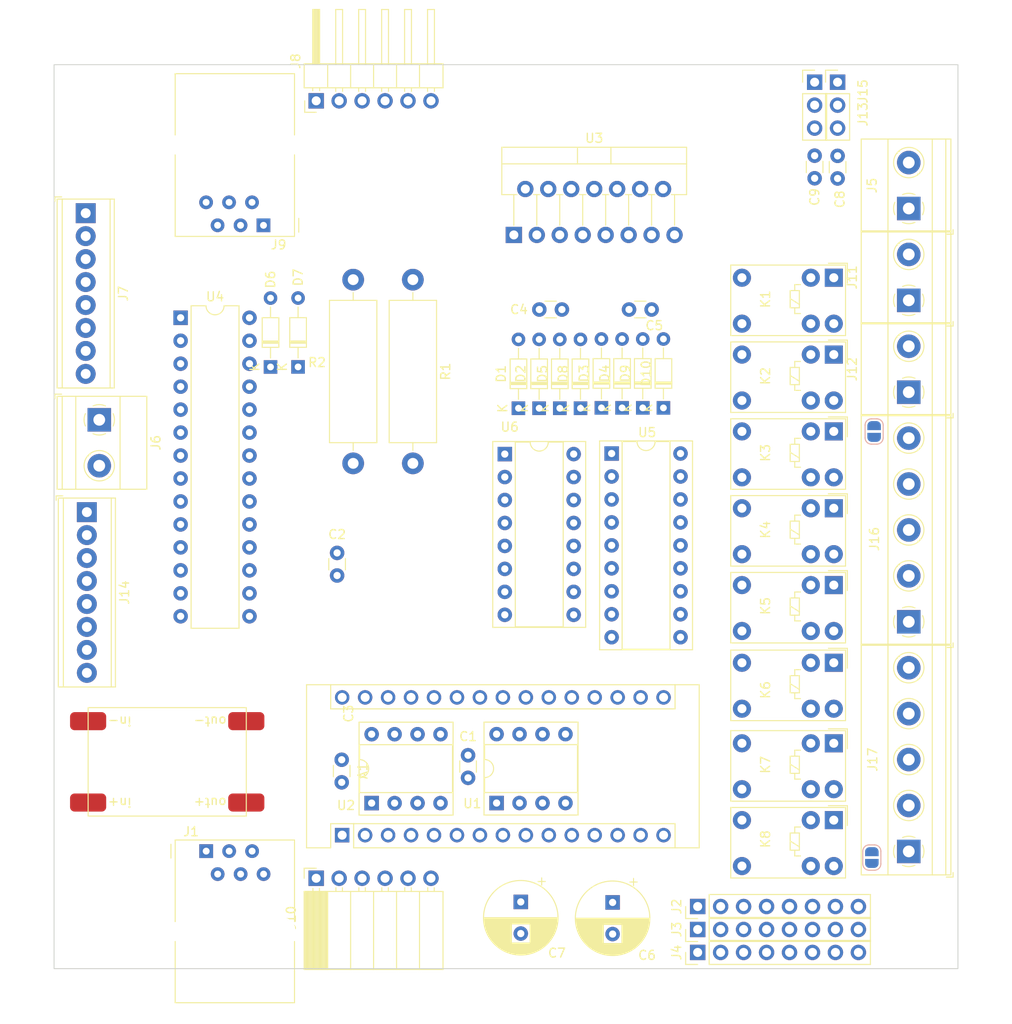
<source format=kicad_pcb>
(kicad_pcb (version 20211014) (generator pcbnew)
  (layers (0 "F.Cu" signal) (31 "B.Cu" signal) (34 "B.Paste" user) (35 "F.Paste" user) (36 "B.SilkS" user "B.Silkscreen") (37 "F.SilkS" user "F.Silkscreen") (38 "B.Mask" user) (39 "F.Mask" user) (44 "Edge.Cuts" user))
  (net 0 "")
  (net 1 "Tx")
  (net 2 "Rx")
  (net 3 "GND")
  (net 4 "485dir")
  (net 5 "servo1")
  (net 6 "servo2")
  (net 7 "servo3")
  (net 8 "servo4")
  (net 9 "servo5")
  (net 10 "servo6")
  (net 11 "servo7")
  (net 12 "servo8")
  (net 13 "statusled")
  (net 14 "pwm1")
  (net 15 "pwm2")
  (net 16 "SDA")
  (net 17 "SCL")
  (net 18 "+5V")
  (net 19 "+12V")
  (net 20 "+5VA")
  (net 21 "pwm3")
  (net 22 "pwm4")
  (net 24 "ADC1")
  (net 25 "ADC2")
  (net 28 "/coil1")
  (net 30 "/coil2")
  (net 32 "/coil3")
  (net 34 "/coil4")
  (net 36 "/coil5")
  (net 38 "/coil6")
  (net 40 "/coil7")
  (net 42 "/coil8")
  (net 43 "CS1")
  (net 44 "CS2")
  (net 45 "track1R")
  (net 46 "track2R")
  (net 47 "track1L")
  (net 48 "Net-(U7-Pad4)")
  (net 49 "track2L")
  (net 50 "/B")
  (net 51 "/A")
  (net 54 "Net-(U6-Pad4)")
  (net 55 "Net-(U6-Pad5)")
  (net 56 "Net-(U6-Pad6)")
  (net 57 "Net-(U6-Pad7)")
  (net 58 "Net-(J16-Pad1)")
  (net 59 "Net-(J16-Pad2)")
  (net 60 "Net-(J16-Pad3)")
  (net 61 "Net-(J16-Pad4)")
  (net 62 "Net-(J16-Pad5)")
  (net 63 "Net-(J17-Pad1)")
  (net 64 "Net-(J17-Pad2)")
  (net 65 "Net-(J17-Pad3)")
  (net 66 "Net-(J17-Pad4)")
  (net 67 "Net-(J17-Pad5)")
  (net 71 "Net-(U6-Pad9)")
  (net 72 "Net-(U6-Pad10)")
  (net 73 "Net-(U6-Pad11)")
  (net 76 "Net-(U6-Pad12)")
  (net 77 "Net-(J14-Pad1)")
  (net 78 "Net-(J14-Pad2)")
  (net 79 "Net-(J14-Pad3)")
  (net 80 "Net-(J14-Pad4)")
  (net 81 "Net-(J14-Pad5)")
  (net 82 "Net-(J14-Pad6)")
  (net 83 "Net-(J14-Pad7)")
  (net 84 "Net-(J14-Pad8)")
  (net 85 "Net-(J7-Pad1)")
  (net 86 "Net-(J7-Pad2)")
  (net 87 "Net-(J7-Pad3)")
  (net 88 "Net-(J7-Pad4)")
  (net 89 "Net-(J7-Pad5)")
  (net 90 "Net-(J7-Pad6)")
  (net 91 "Net-(J7-Pad7)")
  (net 92 "Net-(J7-Pad8)")
  (net 98 "Net-(D7-Pad2)")
  (footprint "Diode_THT:D_DO-34_SOD68_P7.62mm_Horizontal" (layer "F.Cu") (at 91.948 59.441 90)
    (fp_text reference "D6" (at 9.676 0 90) (layer "F.SilkS"))
    (fp_text value "D")
    (fp_text user "K" (at 0 -1.75 90) (layer "F.SilkS"))
    (pad "1" thru_hole rect (at 0 0 90) (size 1.5 1.5) (drill 0.75) (layers *.Cu *.Mask) (net 18 "+5V"))
    (pad "2" thru_hole oval (at 7.62 0 90) (size 1.5 1.5) (drill 0.75) (layers *.Cu *.Mask) (net 20 "+5VA"))
  )
  (footprint "Relay_THT:Relay_SPDT_Omron_G5V-1" (layer "F.Cu") (at 154.2635 75.0705 -90)
    (fp_text reference "K4" (at 2.3745 7.5575 90) (layer "F.SilkS"))
    (fp_text value "G5V-1")
    (pad "1" thru_hole rect (at 0 0 270) (size 2 2) (drill 1) (layers *.Cu *.Mask))
    (pad "2" thru_hole circle (at 0 2.54 270) (size 2 2) (drill 1) (layers *.Cu *.Mask) (net 18 "+5V"))
    (pad "5" thru_hole circle (at 0 10.16 270) (size 2 2) (drill 1) (layers *.Cu *.Mask) (net 62 "Net-(J16-Pad5)"))
    (pad "6" thru_hole circle (at 5.08 10.16 270) (size 2 2) (drill 1) (layers *.Cu *.Mask) (net 62 "Net-(J16-Pad5)"))
    (pad "9" thru_hole circle (at 5.08 2.54 270) (size 2 2) (drill 1) (layers *.Cu *.Mask) (net 34 "/coil4"))
    (pad "10" thru_hole circle (at 5.08 0 270) (size 2 2) (drill 1) (layers *.Cu *.Mask) (net 58 "Net-(J16-Pad1)"))
  )
  (footprint "Diode_THT:D_DO-34_SOD68_P7.62mm_Horizontal" (layer "F.Cu") (at 126.238 64.008 90)
    (fp_text reference "D8" (at 3.81 -1.92 90) (layer "F.SilkS"))
    (fp_text value "D")
    (fp_text user "K" (at 0 -1.75 90) (layer "F.SilkS"))
    (pad "1" thru_hole rect locked (at 0 0 90) (size 1.5 1.5) (drill 0.75) (layers *.Cu *.Mask) (net 47 "track1L"))
    (pad "2" thru_hole oval locked (at 7.62 0 90) (size 1.5 1.5) (drill 0.75) (layers *.Cu *.Mask) (net 3 "GND"))
  )
  (footprint "Connector_PinSocket_2.54mm:PinSocket_1x06_P2.54mm_Horizontal" (layer "F.Cu") (at 97 116 90)
    (fp_text reference "J10" (at -4.38 -2.77 90) (layer "F.SilkS"))
    (fp_text value "Conn_01x06_Female")
    (pad "1" thru_hole rect locked (at 0 0 90) (size 1.7 1.7) (drill 1) (layers *.Cu *.Mask) (net 3 "GND"))
    (pad "2" thru_hole oval locked (at 0 2.54 90) (size 1.7 1.7) (drill 1) (layers *.Cu *.Mask) (net 3 "GND"))
    (pad "3" thru_hole oval locked (at 0 5.08 90) (size 1.7 1.7) (drill 1) (layers *.Cu *.Mask) (net 50 "/B"))
    (pad "4" thru_hole oval locked (at 0 7.62 90) (size 1.7 1.7) (drill 1) (layers *.Cu *.Mask) (net 51 "/A"))
    (pad "5" thru_hole oval locked (at 0 10.16 90) (size 1.7 1.7) (drill 1) (layers *.Cu *.Mask) (net 19 "+12V"))
    (pad "6" thru_hole oval locked (at 0 12.7 90) (size 1.7 1.7) (drill 1) (layers *.Cu *.Mask) (net 19 "+12V"))
  )
  (footprint "Relay_THT:Relay_SPDT_Omron_G5V-1" (layer "F.Cu") (at 154.2635 92.163 -90)
    (fp_text reference "K6" (at 3.0075 7.5575 90) (layer "F.SilkS"))
    (fp_text value "G5V-1")
    (pad "1" thru_hole rect (at 0 0 270) (size 2 2) (drill 1) (layers *.Cu *.Mask))
    (pad "2" thru_hole circle (at 0 2.54 270) (size 2 2) (drill 1) (layers *.Cu *.Mask) (net 18 "+5V"))
    (pad "5" thru_hole circle (at 0 10.16 270) (size 2 2) (drill 1) (layers *.Cu *.Mask) (net 63 "Net-(J17-Pad1)"))
    (pad "6" thru_hole circle (at 5.08 10.16 270) (size 2 2) (drill 1) (layers *.Cu *.Mask) (net 63 "Net-(J17-Pad1)"))
    (pad "9" thru_hole circle (at 5.08 2.54 270) (size 2 2) (drill 1) (layers *.Cu *.Mask) (net 38 "/coil6"))
    (pad "10" thru_hole circle (at 5.08 0 270) (size 2 2) (drill 1) (layers *.Cu *.Mask) (net 66 "Net-(J17-Pad4)"))
  )
  (footprint "Capacitor_THT:C_Disc_D3.0mm_W1.6mm_P2.50mm" (layer "F.Cu") (at 99.822 102.89 -90)
    (fp_text reference "C3" (at -5.1 -0.762 90) (layer "F.SilkS"))
    (fp_text value "100nF")
    (pad "1" thru_hole circle locked (at 0 0 270) (size 1.6 1.6) (drill 0.8) (layers *.Cu *.Mask) (net 18 "+5V"))
    (pad "2" thru_hole circle locked (at 2.5 0 270) (size 1.6 1.6) (drill 0.8) (layers *.Cu *.Mask) (net 3 "GND"))
  )
  (footprint "Relay_THT:Relay_SPDT_Omron_G5V-1" (layer "F.Cu") (at 154.2635 83.5705 -90)
    (fp_text reference "K5" (at 2.311 7.5575 90) (layer "F.SilkS"))
    (fp_text value "G5V-1")
    (pad "1" thru_hole rect (at 0 0 270) (size 2 2) (drill 1) (layers *.Cu *.Mask))
    (pad "2" thru_hole circle (at 0 2.54 270) (size 2 2) (drill 1) (layers *.Cu *.Mask) (net 18 "+5V"))
    (pad "5" thru_hole circle (at 0 10.16 270) (size 2 2) (drill 1) (layers *.Cu *.Mask) (net 63 "Net-(J17-Pad1)"))
    (pad "6" thru_hole circle (at 5.08 10.16 270) (size 2 2) (drill 1) (layers *.Cu *.Mask) (net 63 "Net-(J17-Pad1)"))
    (pad "9" thru_hole circle (at 5.08 2.54 270) (size 2 2) (drill 1) (layers *.Cu *.Mask) (net 36 "/coil5"))
    (pad "10" thru_hole circle (at 5.08 0 270) (size 2 2) (drill 1) (layers *.Cu *.Mask) (net 67 "Net-(J17-Pad5)"))
  )
  (footprint "TerminalBlock_Phoenix:TerminalBlock_Phoenix_MKDS-1,5-2-5.08_1x02_P5.08mm_Horizontal" (layer "F.Cu") (at 162.56 41.91 90)
    (fp_text reference "J5" (at 2.54 -4.064 90) (layer "F.SilkS"))
    (fp_text value "power")
    (pad "1" thru_hole rect (at 0 0 90) (size 2.6 2.6) (drill 1.3) (layers *.Cu *.Mask) (net 98 "Net-(D7-Pad2)"))
    (pad "2" thru_hole circle (at 5.08 0 90) (size 2.6 2.6) (drill 1.3) (layers *.Cu *.Mask) (net 3 "GND"))
  )
  (footprint "MountingHole:MountingHole_3.2mm_M3" (layer "F.Cu") (at 164.5 29.5)
    (fp_text reference "REF**")
    (fp_text value "MountingHole_3.2mm_M3")
    (pad "" np_thru_hole circle locked (at 0 0) (size 3.2 3.2) (drill 3.2) (layers *.Cu *.Mask))
  )
  (footprint "MountingHole:MountingHole_3.2mm_M3" (layer "F.Cu") (at 164.5 122.5)
    (fp_text reference "REF**")
    (fp_text value "MountingHole_3.2mm_M3")
    (pad "" np_thru_hole circle locked (at 0 0) (size 3.2 3.2) (drill 3.2) (layers *.Cu *.Mask))
  )
  (footprint "custom_kicad_lib_sk:Buck" (layer "F.Cu") (at 82.768 104.624 180)
    (fp_text reference "U7")
    (fp_text value "Buck")
    (fp_text user "out-" (at -2.5 6 180 unlocked) (layer "F.SilkS"))
    (fp_text user "in+" (at 7.5 -3 180 unlocked) (layer "F.SilkS"))
    (fp_text user "in-" (at 7.5 6 180 unlocked) (layer "F.SilkS"))
    (fp_text user "out+" (at -2.5 -3 180 unlocked) (layer "F.SilkS"))
    (pad "1" smd roundrect (at -6.5 -3 180) (size 4 2) (layers "F.Cu" "F.Paste" "F.Mask") (net 20 "+5VA"))
    (pad "2" smd roundrect (at -6.5 6 180) (size 4 2) (layers "F.Cu" "F.Paste" "F.Mask") (net 3 "GND"))
    (pad "3" smd roundrect (at 11 6 180) (size 4 2) (layers "F.Cu" "F.Paste" "F.Mask") (net 3 "GND"))
    (pad "4" smd roundrect (at 11 -3 180) (size 4 2) (layers "F.Cu" "F.Paste" "F.Mask") (net 48 "Net-(U7-Pad4)"))
  )
  (footprint "Diode_THT:D_DO-34_SOD68_P7.62mm_Horizontal" (layer "F.Cu") (at 119.38 64.008 90)
    (fp_text reference "D1" (at 3.81 -1.92 90) (layer "F.SilkS"))
    (fp_text value "D")
    (fp_text user "K" (at 0 -1.75 90) (layer "F.SilkS"))
    (pad "1" thru_hole rect locked (at 0 0 90) (size 1.5 1.5) (drill 0.75) (layers *.Cu *.Mask) (net 19 "+12V"))
    (pad "2" thru_hole oval locked (at 7.62 0 90) (size 1.5 1.5) (drill 0.75) (layers *.Cu *.Mask) (net 45 "track1R"))
  )
  (footprint "Connector_PinHeader_2.54mm:PinHeader_1x03_P2.54mm_Vertical" (layer "F.Cu") (at 152.146 27.94)
    (fp_text reference "J13" (at 5.334 3.556 90) (layer "F.SilkS"))
    (fp_text value "ADC")
    (pad "1" thru_hole rect locked (at 0 0) (size 1.7 1.7) (drill 1) (layers *.Cu *.Mask) (net 3 "GND"))
    (pad "2" thru_hole oval locked (at 0 2.54) (size 1.7 1.7) (drill 1) (layers *.Cu *.Mask) (net 18 "+5V"))
    (pad "3" thru_hole oval locked (at 0 5.08) (size 1.7 1.7) (drill 1) (layers *.Cu *.Mask) (net 25 "ADC2"))
  )
  (footprint "Package_DIP:DIP-8_W7.62mm_Socket" (layer "F.Cu") (at 103.134 107.686 90)
    (fp_text reference "U2" (at -0.254 -2.836 180) (layer "F.SilkS"))
    (fp_text value "MAX485E")
    (pad "1" thru_hole rect (at 0 0 90) (size 1.6 1.6) (drill 0.8) (layers *.Cu *.Mask) (net 2 "Rx"))
    (pad "2" thru_hole oval (at 0 2.54 90) (size 1.6 1.6) (drill 0.8) (layers *.Cu *.Mask) (net 4 "485dir"))
    (pad "3" thru_hole oval (at 0 5.08 90) (size 1.6 1.6) (drill 0.8) (layers *.Cu *.Mask) (net 4 "485dir"))
    (pad "4" thru_hole oval (at 0 7.62 90) (size 1.6 1.6) (drill 0.8) (layers *.Cu *.Mask) (net 1 "Tx"))
    (pad "5" thru_hole oval (at 7.62 7.62 90) (size 1.6 1.6) (drill 0.8) (layers *.Cu *.Mask) (net 3 "GND"))
    (pad "6" thru_hole oval (at 7.62 5.08 90) (size 1.6 1.6) (drill 0.8) (layers *.Cu *.Mask) (net 51 "/A"))
    (pad "7" thru_hole oval (at 7.62 2.54 90) (size 1.6 1.6) (drill 0.8) (layers *.Cu *.Mask) (net 50 "/B"))
    (pad "8" thru_hole oval (at 7.62 0 90) (size 1.6 1.6) (drill 0.8) (layers *.Cu *.Mask) (net 18 "+5V"))
  )
  (footprint "Relay_THT:Relay_SPDT_Omron_G5V-1" (layer "F.Cu") (at 154.2635 58.0705 -90)
    (fp_text reference "K2" (at 2.3745 7.5575 90) (layer "F.SilkS"))
    (fp_text value "G5V-1")
    (pad "1" thru_hole rect (at 0 0 270) (size 2 2) (drill 1) (layers *.Cu *.Mask))
    (pad "2" thru_hole circle (at 0 2.54 270) (size 2 2) (drill 1) (layers *.Cu *.Mask) (net 18 "+5V"))
    (pad "5" thru_hole circle (at 0 10.16 270) (size 2 2) (drill 1) (layers *.Cu *.Mask) (net 62 "Net-(J16-Pad5)"))
    (pad "6" thru_hole circle (at 5.08 10.16 270) (size 2 2) (drill 1) (layers *.Cu *.Mask) (net 62 "Net-(J16-Pad5)"))
    (pad "9" thru_hole circle (at 5.08 2.54 270) (size 2 2) (drill 1) (layers *.Cu *.Mask) (net 30 "/coil2"))
    (pad "10" thru_hole circle (at 5.08 0 270) (size 2 2) (drill 1) (layers *.Cu *.Mask) (net 60 "Net-(J16-Pad3)"))
  )
  (footprint "Module:Arduino_Nano" (layer "F.Cu") (at 99.874 111.232 90)
    (fp_text reference "A1" (at 7.112 2.286 90) (layer "F.SilkS"))
    (fp_text value "Arduino_Nano_v3.x")
    (pad "1" thru_hole rect (at 0 0 90) (size 1.6 1.6) (drill 1) (layers *.Cu *.Mask) (net 1 "Tx"))
    (pad "2" thru_hole oval (at 0 2.54 90) (size 1.6 1.6) (drill 1) (layers *.Cu *.Mask) (net 2 "Rx"))
    (pad "3" thru_hole oval (at 0 5.08 90) (size 1.6 1.6) (drill 1) (layers *.Cu *.Mask))
    (pad "4" thru_hole oval (at 0 7.62 90) (size 1.6 1.6) (drill 1) (layers *.Cu *.Mask) (net 3 "GND"))
    (pad "5" thru_hole oval (at 0 10.16 90) (size 1.6 1.6) (drill 1) (layers *.Cu *.Mask) (net 4 "485dir"))
    (pad "6" thru_hole oval (at 0 12.7 90) (size 1.6 1.6) (drill 1) (layers *.Cu *.Mask) (net 5 "servo1"))
    (pad "7" thru_hole oval (at 0 15.24 90) (size 1.6 1.6) (drill 1) (layers *.Cu *.Mask) (net 6 "servo2"))
    (pad "8" thru_hole oval (at 0 17.78 90) (size 1.6 1.6) (drill 1) (layers *.Cu *.Mask) (net 7 "servo3"))
    (pad "9" thru_hole oval (at 0 20.32 90) (size 1.6 1.6) (drill 1) (layers *.Cu *.Mask) (net 8 "servo4"))
    (pad "10" thru_hole oval (at 0 22.86 90) (size 1.6 1.6) (drill 1) (layers *.Cu *.Mask) (net 9 "servo5"))
    (pad "11" thru_hole oval (at 0 25.4 90) (size 1.6 1.6) (drill 1) (layers *.Cu *.Mask) (net 10 "servo6"))
    (pad "12" thru_hole oval (at 0 27.94 90) (size 1.6 1.6) (drill 1) (layers *.Cu *.Mask) (net 15 "pwm2"))
    (pad "13" thru_hole oval (at 0 30.48 90) (size 1.6 1.6) (drill 1) (layers *.Cu *.Mask) (net 14 "pwm1"))
    (pad "14" thru_hole oval (at 0 33.02 90) (size 1.6 1.6) (drill 1) (layers *.Cu *.Mask) (net 21 "pwm3"))
    (pad "15" thru_hole oval (at 0 35.56 90) (size 1.6 1.6) (drill 1) (layers *.Cu *.Mask) (net 22 "pwm4"))
    (pad "16" thru_hole oval (at 15.24 35.56 90) (size 1.6 1.6) (drill 1) (layers *.Cu *.Mask) (net 13 "statusled"))
    (pad "17" thru_hole oval (at 15.24 33.02 90) (size 1.6 1.6) (drill 1) (layers *.Cu *.Mask))
    (pad "18" thru_hole oval (at 15.24 30.48 90) (size 1.6 1.6) (drill 1) (layers *.Cu *.Mask))
    (pad "19" thru_hole oval (at 15.24 27.94 90) (size 1.6 1.6) (drill 1) (layers *.Cu *.Mask) (net 11 "servo7"))
    (pad "20" thru_hole oval (at 15.24 25.4 90) (size 1.6 1.6) (drill 1) (layers *.Cu *.Mask) (net 12 "servo8"))
    (pad "21" thru_hole oval (at 15.24 22.86 90) (size 1.6 1.6) (drill 1) (layers *.Cu *.Mask) (net 24 "ADC1"))
    (pad "22" thru_hole oval (at 15.24 20.32 90) (size 1.6 1.6) (drill 1) (layers *.Cu *.Mask) (net 25 "ADC2"))
    (pad "23" thru_hole oval (at 15.24 17.78 90) (size 1.6 1.6) (drill 1) (layers *.Cu *.Mask) (net 16 "SDA"))
    (pad "24" thru_hole oval (at 15.24 15.24 90) (size 1.6 1.6) (drill 1) (layers *.Cu *.Mask) (net 17 "SCL"))
    (pad "25" thru_hole oval (at 15.24 12.7 90) (size 1.6 1.6) (drill 1) (layers *.Cu *.Mask) (net 43 "CS1"))
    (pad "26" thru_hole oval (at 15.24 10.16 90) (size 1.6 1.6) (drill 1) (layers *.Cu *.Mask) (net 44 "CS2"))
    (pad "27" thru_hole oval (at 15.24 7.62 90) (size 1.6 1.6) (drill 1) (layers *.Cu *.Mask) (net 18 "+5V"))
    (pad "28" thru_hole oval (at 15.24 5.08 90) (size 1.6 1.6) (drill 1) (layers *.Cu *.Mask))
    (pad "29" thru_hole oval (at 15.24 2.54 90) (size 1.6 1.6) (drill 1) (layers *.Cu *.Mask) (net 3 "GND"))
    (pad "30" thru_hole oval (at 15.24 0 90) (size 1.6 1.6) (drill 1) (layers *.Cu *.Mask))
  )
  (footprint "Connector_PinHeader_2.54mm:PinHeader_1x08_P2.54mm_Vertical" (layer "F.Cu") (at 139.207 121.666 90)
    (fp_text reference "J3" (at 0 -2.33 90) (layer "F.SilkS"))
    (fp_text value "Conn_01x08_Male")
    (pad "1" thru_hole rect locked (at 0 0 90) (size 1.7 1.7) (drill 1) (layers *.Cu *.Mask) (net 20 "+5VA"))
    (pad "2" thru_hole oval locked (at 0 2.54 90) (size 1.7 1.7) (drill 1) (layers *.Cu *.Mask) (net 20 "+5VA"))
    (pad "3" thru_hole oval locked (at 0 5.08 90) (size 1.7 1.7) (drill 1) (layers *.Cu *.Mask) (net 20 "+5VA"))
    (pad "4" thru_hole oval locked (at 0 7.62 90) (size 1.7 1.7) (drill 1) (layers *.Cu *.Mask) (net 20 "+5VA"))
    (pad "5" thru_hole oval locked (at 0 10.16 90) (size 1.7 1.7) (drill 1) (layers *.Cu *.Mask) (net 20 "+5VA"))
    (pad "6" thru_hole oval locked (at 0 12.7 90) (size 1.7 1.7) (drill 1) (layers *.Cu *.Mask) (net 20 "+5VA"))
    (pad "7" thru_hole oval locked (at 0 15.24 90) (size 1.7 1.7) (drill 1) (layers *.Cu *.Mask) (net 20 "+5VA"))
    (pad "8" thru_hole oval locked (at 0 17.78 90) (size 1.7 1.7) (drill 1) (layers *.Cu *.Mask) (net 20 "+5VA"))
  )
  (footprint "TerminalBlock_Phoenix:TerminalBlock_Phoenix_MKDS-1,5-5-5.08_1x05_P5.08mm_Horizontal" (layer "F.Cu") (at 162.56 113.03 90)
    (fp_text reference "J17" (at 10.16 -4 90) (layer "F.SilkS"))
    (fp_text value "relays")
    (pad "1" thru_hole rect (at 0 0 90) (size 2.6 2.6) (drill 1.3) (layers *.Cu *.Mask) (net 63 "Net-(J17-Pad1)"))
    (pad "2" thru_hole circle (at 5.08 0 90) (size 2.6 2.6) (drill 1.3) (layers *.Cu *.Mask) (net 64 "Net-(J17-Pad2)"))
    (pad "3" thru_hole circle (at 10.16 0 90) (size 2.6 2.6) (drill 1.3) (layers *.Cu *.Mask) (net 65 "Net-(J17-Pad3)"))
    (pad "4" thru_hole circle (at 15.24 0 90) (size 2.6 2.6) (drill 1.3) (layers *.Cu *.Mask) (net 66 "Net-(J17-Pad4)"))
    (pad "5" thru_hole circle (at 20.32 0 90) (size 2.6 2.6) (drill 1.3) (layers *.Cu *.Mask) (net 67 "Net-(J17-Pad5)"))
  )
  (footprint "TerminalBlock_Phoenix:TerminalBlock_Phoenix_MKDS-1,5-2-5.08_1x02_P5.08mm_Horizontal" (layer "F.Cu") (at 162.56 52.07 90)
    (fp_text reference "J11" (at 2.54 -6.26 90) (layer "F.SilkS"))
    (fp_text value "track out")
    (pad "1" thru_hole rect locked (at 0 0 90) (size 2.6 2.6) (drill 1.3) (layers *.Cu *.Mask) (net 47 "track1L"))
    (pad "2" thru_hole circle locked (at 5.08 0 90) (size 2.6 2.6) (drill 1.3) (layers *.Cu *.Mask) (net 45 "track1R"))
  )
  (footprint "Package_DIP:DIP-16_W7.62mm_Socket" (layer "F.Cu") (at 117.866 69.078)
    (fp_text reference "U6" (at 0.545 -2.997) (layer "F.SilkS"))
    (fp_text value "PCF8574")
    (pad "1" thru_hole rect (at 0 0) (size 1.6 1.6) (drill 0.8) (layers *.Cu *.Mask) (net 18 "+5V"))
    (pad "2" thru_hole oval (at 0 2.54) (size 1.6 1.6) (drill 0.8) (layers *.Cu *.Mask) (net 3 "GND"))
    (pad "3" thru_hole oval (at 0 5.08) (size 1.6 1.6) (drill 0.8) (layers *.Cu *.Mask) (net 3 "GND"))
    (pad "4" thru_hole oval (at 0 7.62) (size 1.6 1.6) (drill 0.8) (layers *.Cu *.Mask) (net 54 "Net-(U6-Pad4)"))
    (pad "5" thru_hole oval (at 0 10.16) (size 1.6 1.6) (drill 0.8) (layers *.Cu *.Mask) (net 55 "Net-(U6-Pad5)"))
    (pad "6" thru_hole oval (at 0 12.7) (size 1.6 1.6) (drill 0.8) (layers *.Cu *.Mask) (net 56 "Net-(U6-Pad6)"))
    (pad "7" thru_hole oval (at 0 15.24) (size 1.6 1.6) (drill 0.8) (layers *.Cu *.Mask) (net 57 "Net-(U6-Pad7)"))
    (pad "8" thru_hole oval (at 0 17.78) (size 1.6 1.6) (drill 0.8) (layers *.Cu *.Mask) (net 3 "GND"))
    (pad "9" thru_hole oval (at 7.62 17.78) (size 1.6 1.6) (drill 0.8) (layers *.Cu *.Mask) (net 71 "Net-(U6-Pad9)"))
    (pad "10" thru_hole oval (at 7.62 15.24) (size 1.6 1.6) (drill 0.8) (layers *.Cu *.Mask) (net 72 "Net-(U6-Pad10)"))
    (pad "11" thru_hole oval (at 7.62 12.7) (size 1.6 1.6) (drill 0.8) (layers *.Cu *.Mask) (net 73 "Net-(U6-Pad11)"))
    (pad "12" thru_hole oval (at 7.62 10.16) (size 1.6 1.6) (drill 0.8) (layers *.Cu *.Mask) (net 76 "Net-(U6-Pad12)"))
    (pad "13" thru_hole oval (at 7.62 7.62) (size 1.6 1.6) (drill 0.8) (layers *.Cu *.Mask))
    (pad "14" thru_hole oval (at 7.62 5.08) (size 1.6 1.6) (drill 0.8) (layers *.Cu *.Mask) (net 17 "SCL"))
    (pad "15" thru_hole oval (at 7.62 2.54) (size 1.6 1.6) (drill 0.8) (layers *.Cu *.Mask) (net 16 "SDA"))
    (pad "16" thru_hole oval (at 7.62 0) (size 1.6 1.6) (drill 0.8) (layers *.Cu *.Mask) (net 18 "+5V"))
  )
  (footprint "Capacitor_THT:C_Disc_D3.0mm_W1.6mm_P2.50mm" (layer "F.Cu") (at 113.802 102.392 -90)
    (fp_text reference "C1" (at -2.072 0 -180) (layer "F.SilkS"))
    (fp_text value "100nF")
    (pad "1" thru_hole circle (at 0 0 270) (size 1.6 1.6) (drill 0.8) (layers *.Cu *.Mask) (net 18 "+5V"))
    (pad "2" thru_hole circle (at 2.5 0 270) (size 1.6 1.6) (drill 0.8) (layers *.Cu *.Mask) (net 3 "GND"))
  )
  (footprint "Diode_THT:D_DO-34_SOD68_P7.62mm_Horizontal" (layer "F.Cu") (at 121.666 64.008 90)
    (fp_text reference "D2" (at 3.815 -2.032 90) (layer "F.SilkS"))
    (fp_text value "D")
    (fp_text user "K" (at 0 -1.75 90) (layer "F.SilkS"))
    (pad "1" thru_hole rect locked (at 0 0 90) (size 1.5 1.5) (drill 0.75) (layers *.Cu *.Mask) (net 45 "track1R"))
    (pad "2" thru_hole oval locked (at 7.62 0 90) (size 1.5 1.5) (drill 0.75) (layers *.Cu *.Mask) (net 3 "GND"))
  )
  (footprint "Relay_THT:Relay_SPDT_Omron_G5V-1" (layer "F.Cu") (at 154.2635 109.5705 -90)
    (fp_text reference "K8" (at 2.1 7.5575 90) (layer "F.SilkS"))
    (fp_text value "G5V-1")
    (pad "1" thru_hole rect (at 0 0 270) (size 2 2) (drill 1) (layers *.Cu *.Mask))
    (pad "2" thru_hole circle (at 0 2.54 270) (size 2 2) (drill 1) (layers *.Cu *.Mask) (net 18 "+5V"))
    (pad "5" thru_hole circle (at 0 10.16 270) (size 2 2) (drill 1) (layers *.Cu *.Mask) (net 63 "Net-(J17-Pad1)"))
    (pad "6" thru_hole circle (at 5.08 10.16 270) (size 2 2) (drill 1) (layers *.Cu *.Mask) (net 63 "Net-(J17-Pad1)"))
    (pad "9" thru_hole circle (at 5.08 2.54 270) (size 2 2) (drill 1) (layers *.Cu *.Mask) (net 42 "/coil8"))
    (pad "10" thru_hole circle (at 5.08 0 270) (size 2 2) (drill 1) (layers *.Cu *.Mask) (net 64 "Net-(J17-Pad2)"))
  )
  (footprint "Package_DIP:DIP-18_W7.62mm_Socket" (layer "F.Cu") (at 129.686 69.016)
    (fp_text reference "U5" (at 3.928 -2.33) (layer "F.SilkS"))
    (fp_text value "ULN2803A")
    (pad "1" thru_hole rect (at 0 0) (size 1.6 1.6) (drill 0.8) (layers *.Cu *.Mask) (net 54 "Net-(U6-Pad4)"))
    (pad "2" thru_hole oval (at 0 2.54) (size 1.6 1.6) (drill 0.8) (layers *.Cu *.Mask) (net 55 "Net-(U6-Pad5)"))
    (pad "3" thru_hole oval (at 0 5.08) (size 1.6 1.6) (drill 0.8) (layers *.Cu *.Mask) (net 56 "Net-(U6-Pad6)"))
    (pad "4" thru_hole oval (at 0 7.62) (size 1.6 1.6) (drill 0.8) (layers *.Cu *.Mask) (net 57 "Net-(U6-Pad7)"))
    (pad "5" thru_hole oval (at 0 10.16) (size 1.6 1.6) (drill 0.8) (layers *.Cu *.Mask) (net 71 "Net-(U6-Pad9)"))
    (pad "6" thru_hole oval (at 0 12.7) (size 1.6 1.6) (drill 0.8) (layers *.Cu *.Mask) (net 72 "Net-(U6-Pad10)"))
    (pad "7" thru_hole oval (at 0 15.24) (size 1.6 1.6) (drill 0.8) (layers *.Cu *.Mask) (net 73 "Net-(U6-Pad11)"))
    (pad "8" thru_hole oval (at 0 17.78) (size 1.6 1.6) (drill 0.8) (layers *.Cu *.Mask) (net 76 "Net-(U6-Pad12)"))
    (pad "9" thru_hole oval (at 0 20.32) (size 1.6 1.6) (drill 0.8) (layers *.Cu *.Mask) (net 3 "GND"))
    (pad "10" thru_hole oval (at 7.62 20.32) (size 1.6 1.6) (drill 0.8) (layers *.Cu *.Mask) (net 18 "+5V"))
    (pad "11" thru_hole oval (at 7.62 17.78) (size 1.6 1.6) (drill 0.8) (layers *.Cu *.Mask) (net 42 "/coil8"))
    (pad "12" thru_hole oval (at 7.62 15.24) (size 1.6 1.6) (drill 0.8) (layers *.Cu *.Mask) (net 40 "/coil7"))
    (pad "13" thru_hole oval (at 7.62 12.7) (size 1.6 1.6) (drill 0.8) (layers *.Cu *.Mask) (net 38 "/coil6"))
    (pad "14" thru_hole oval (at 7.62 10.16) (size 1.6 1.6) (drill 0.8) (layers *.Cu *.Mask) (net 36 "/coil5"))
    (pad "15" thru_hole oval (at 7.62 7.62) (size 1.6 1.6) (drill 0.8) (layers *.Cu *.Mask) (net 34 "/coil4"))
    (pad "16" thru_hole oval (at 7.62 5.08) (size 1.6 1.6) (drill 0.8) (layers *.Cu *.Mask) (net 32 "/coil3"))
    (pad "17" thru_hole oval (at 7.62 2.54) (size 1.6 1.6) (drill 0.8) (layers *.Cu *.Mask) (net 30 "/coil2"))
    (pad "18" thru_hole oval (at 7.62 0) (size 1.6 1.6) (drill 0.8) (layers *.Cu *.Mask) (net 28 "/coil1"))
  )
  (footprint "Capacitor_THT:C_Disc_D3.0mm_W1.6mm_P2.50mm" (layer "F.Cu") (at 99.314 80.01 -90)
    (fp_text reference "C2" (at -2.042 0 -180) (layer "F.SilkS"))
    (fp_text value "100nF")
    (pad "1" thru_hole circle (at 0 0 270) (size 1.6 1.6) (drill 0.8) (layers *.Cu *.Mask) (net 18 "+5V"))
    (pad "2" thru_hole circle (at 2.5 0 270) (size 1.6 1.6) (drill 0.8) (layers *.Cu *.Mask) (net 3 "GND"))
  )
  (footprint "MountingHole:MountingHole_3.2mm_M3" (layer "F.Cu") (at 71.5 122.5)
    (fp_text reference "REF**")
    (fp_text value "MountingHole_3.2mm_M3")
    (pad "" np_thru_hole circle locked (at 0 0) (size 3.2 3.2) (drill 3.2) (layers *.Cu *.Mask))
  )
  (footprint "Diode_THT:D_DO-34_SOD68_P7.62mm_Horizontal" (layer "F.Cu") (at 94.996 59.436 90)
    (fp_text reference "D7" (at 9.906 0 90) (layer "F.SilkS"))
    (fp_text value "D")
    (fp_text user "K" (at 0 -1.75 90) (layer "F.SilkS"))
    (pad "1" thru_hole rect (at 0 0 90) (size 1.5 1.5) (drill 0.75) (layers *.Cu *.Mask) (net 48 "Net-(U7-Pad4)"))
    (pad "2" thru_hole oval (at 7.62 0 90) (size 1.5 1.5) (drill 0.75) (layers *.Cu *.Mask) (net 98 "Net-(D7-Pad2)"))
  )
  (footprint "Capacitor_THT:C_Disc_D3.0mm_W1.6mm_P2.50mm" (layer "F.Cu") (at 152.146 38.568 90)
    (fp_text reference "C9" (at -2.072 0 90) (layer "F.SilkS"))
    (fp_text value "100nF")
    (pad "1" thru_hole circle locked (at 0 0 90) (size 1.6 1.6) (drill 0.8) (layers *.Cu *.Mask) (net 18 "+5V"))
    (pad "2" thru_hole circle locked (at 2.5 0 90) (size 1.6 1.6) (drill 0.8) (layers *.Cu *.Mask) (net 25 "ADC2"))
  )
  (footprint "Relay_THT:Relay_SPDT_Omron_G5V-1" (layer "F.Cu") (at 154.2635 66.5705 -90)
    (fp_text reference "K3" (at 2.3745 7.5575 90) (layer "F.SilkS"))
    (fp_text value "G5V-1")
    (pad "1" thru_hole rect (at 0 0 270) (size 2 2) (drill 1) (layers *.Cu *.Mask))
    (pad "2" thru_hole circle (at 0 2.54 270) (size 2 2) (drill 1) (layers *.Cu *.Mask) (net 18 "+5V"))
    (pad "5" thru_hole circle (at 0 10.16 270) (size 2 2) (drill 1) (layers *.Cu *.Mask) (net 62 "Net-(J16-Pad5)"))
    (pad "6" thru_hole circle (at 5.08 10.16 270) (size 2 2) (drill 1) (layers *.Cu *.Mask) (net 62 "Net-(J16-Pad5)"))
    (pad "9" thru_hole circle (at 5.08 2.54 270) (size 2 2) (drill 1) (layers *.Cu *.Mask) (net 32 "/coil3"))
    (pad "10" thru_hole circle (at 5.08 0 270) (size 2 2) (drill 1) (layers *.Cu *.Mask) (net 59 "Net-(J16-Pad2)"))
  )
  (footprint "Package_DIP:DIP-28_W7.62mm" (layer "F.Cu") (at 82 54)
    (fp_text reference "U4" (at 3.81 -2.33) (layer "F.SilkS"))
    (fp_text value "MCP23017_SP")
    (pad "1" thru_hole rect (at 0 0) (size 1.6 1.6) (drill 0.8) (layers *.Cu *.Mask) (net 77 "Net-(J14-Pad1)"))
    (pad "2" thru_hole oval (at 0 2.54) (size 1.6 1.6) (drill 0.8) (layers *.Cu *.Mask) (net 78 "Net-(J14-Pad2)"))
    (pad "3" thru_hole oval (at 0 5.08) (size 1.6 1.6) (drill 0.8) (layers *.Cu *.Mask) (net 79 "Net-(J14-Pad3)"))
    (pad "4" thru_hole oval (at 0 7.62) (size 1.6 1.6) (drill 0.8) (layers *.Cu *.Mask) (net 80 "Net-(J14-Pad4)"))
    (pad "5" thru_hole oval (at 0 10.16) (size 1.6 1.6) (drill 0.8) (layers *.Cu *.Mask) (net 81 "Net-(J14-Pad5)"))
    (pad "6" thru_hole oval (at 0 12.7) (size 1.6 1.6) (drill 0.8) (layers *.Cu *.Mask) (net 82 "Net-(J14-Pad6)"))
    (pad "7" thru_hole oval (at 0 15.24) (size 1.6 1.6) (drill 0.8) (layers *.Cu *.Mask) (net 83 "Net-(J14-Pad7)"))
    (pad "8" thru_hole oval (at 0 17.78) (size 1.6 1.6) (drill 0.8) (layers *.Cu *.Mask) (net 84 "Net-(J14-Pad8)"))
    (pad "9" thru_hole oval (at 0 20.32) (size 1.6 1.6) (drill 0.8) (layers *.Cu *.Mask) (net 18 "+5V"))
    (pad "10" thru_hole oval (at 0 22.86) (size 1.6 1.6) (drill 0.8) (layers *.Cu *.Mask) (net 3 "GND"))
    (pad "11" thru_hole oval (at 0 25.4) (size 1.6 1.6) (drill 0.8) (layers *.Cu *.Mask))
    (pad "12" thru_hole oval (at 0 27.94) (size 1.6 1.6) (drill 0.8) (layers *.Cu *.Mask) (net 17 "SCL"))
    (pad "13" thru_hole oval (at 0 30.48) (size 1.6 1.6) (drill 0.8) (layers *.Cu *.Mask) (net 16 "SDA"))
    (pad "14" thru_hole oval (at 0 33.02) (size 1.6 1.6) (drill 0.8) (layers *.Cu *.Mask))
    (pad "15" thru_hole oval (at 7.62 33.02) (size 1.6 1.6) (drill 0.8) (layers *.Cu *.Mask) (net 3 "GND"))
    (pad "16" thru_hole oval (at 7.62 30.48) (size 1.6 1.6) (drill 0.8) (layers *.Cu *.Mask) (net 3 "GND"))
    (pad "17" thru_hole oval (at 7.62 27.94) (size 1.6 1.6) (drill 0.8) (layers *.Cu *.Mask) (net 3 "GND"))
    (pad "18" thru_hole oval (at 7.62 25.4) (size 1.6 1.6) (drill 0.8) (layers *.Cu *.Mask) (net 18 "+5V"))
    (pad "19" thru_hole oval (at 7.62 22.86) (size 1.6 1.6) (drill 0.8) (layers *.Cu *.Mask))
    (pad "20" thru_hole oval (at 7.62 20.32) (size 1.6 1.6) (drill 0.8) (layers *.Cu *.Mask))
    (pad "21" thru_hole oval (at 7.62 17.78) (size 1.6 1.6) (drill 0.8) (layers *.Cu *.Mask) (net 92 "Net-(J7-Pad8)"))
    (pad "22" thru_hole oval (at 7.62 15.24) (size 1.6 1.6) (drill 0.8) (layers *.Cu *.Mask) (net 91 "Net-(J7-Pad7)"))
    (pad "23" thru_hole oval (at 7.62 12.7) (size 1.6 1.6) (drill 0.8) (layers *.Cu *.Mask) (net 90 "Net-(J7-Pad6)"))
    (pad "24" thru_hole oval (at 7.62 10.16) (size 1.6 1.6) (drill 0.8) (layers *.Cu *.Mask) (net 89 "Net-(J7-Pad5)"))
    (pad "25" thru_hole oval (at 7.62 7.62) (size 1.6 1.6) (drill 0.8) (layers *.Cu *.Mask) (net 88 "Net-(J7-Pad4)"))
    (pad "26" thru_hole oval (at 7.62 5.08) (size 1.6 1.6) (drill 0.8) (layers *.Cu *.Mask) (net 87 "Net-(J7-Pad3)"))
    (pad "27" thru_hole oval (at 7.62 2.54) (size 1.6 1.6) (drill 0.8) (layers *.Cu *.Mask) (net 86 "Net-(J7-Pad2)"))
    (pad "28" thru_hole oval (at 7.62 0) (size 1.6 1.6) (drill 0.8) (layers *.Cu *.Mask) (net 85 "Net-(J7-Pad1)"))
  )
  (footprint "Connector_PinHeader_2.54mm:PinHeader_1x03_P2.54mm_Vertical" (layer "F.Cu") (at 154.686 27.94)
    (fp_text reference "J15" (at 2.794 1.016 90) (layer "F.SilkS"))
    (fp_text value "ADC")
    (pad "1" thru_hole rect locked (at 0 0) (size 1.7 1.7) (drill 1) (layers *.Cu *.Mask) (net 3 "GND"))
    (pad "2" thru_hole oval locked (at 0 2.54) (size 1.7 1.7) (drill 1) (layers *.Cu *.Mask) (net 18 "+5V"))
    (pad "3" thru_hole oval locked (at 0 5.08) (size 1.7 1.7) (drill 1) (layers *.Cu *.Mask) (net 24 "ADC1"))
  )
  (footprint "Capacitor_THT:C_Disc_D3.0mm_W1.6mm_P2.50mm" (layer "F.Cu") (at 154.686 38.588 90)
    (fp_text reference "C8" (at -2.306 0.254 90) (layer "F.SilkS"))
    (fp_text value "100nF")
    (pad "1" thru_hole circle locked (at 0 0 90) (size 1.6 1.6) (drill 0.8) (layers *.Cu *.Mask) (net 18 "+5V"))
    (pad "2" thru_hole circle locked (at 2.5 0 90) (size 1.6 1.6) (drill 0.8) (layers *.Cu *.Mask) (net 24 "ADC1"))
  )
  (footprint "Diode_THT:D_DO-34_SOD68_P7.62mm_Horizontal" (layer "F.Cu") (at 130.844 63.969 90)
    (fp_text reference "D4" (at 3.81 -1.92 90) (layer "F.SilkS"))
    (fp_text value "D")
    (fp_text user "K" (at 0 -1.75 90) (layer "F.SilkS"))
    (pad "1" thru_hole rect locked (at 0 0 90) (size 1.5 1.5) (drill 0.75) (layers *.Cu *.Mask) (net 46 "track2R"))
    (pad "2" thru_hole oval locked (at 7.62 0 90) (size 1.5 1.5) (drill 0.75) (layers *.Cu *.Mask) (net 3 "GND"))
  )
  (footprint "Diode_THT:D_DO-34_SOD68_P7.62mm_Horizontal" (layer "F.Cu") (at 128.558 63.969 90)
    (fp_text reference "D3" (at 3.81 -1.92 90) (layer "F.SilkS"))
    (fp_text value "D")
    (fp_text user "K" (at 0 -1.75 90) (layer "F.SilkS"))
    (pad "1" thru_hole rect locked (at 0 0 90) (size 1.5 1.5) (drill 0.75) (layers *.Cu *.Mask) (net 19 "+12V"))
    (pad "2" thru_hole oval locked (at 7.62 0 90) (size 1.5 1.5) (drill 0.75) (layers *.Cu *.Mask) (net 46 "track2R"))
  )
  (footprint "Connector_PinHeader_2.54mm:PinHeader_1x06_P2.54mm_Horizontal" (layer "F.Cu") (at 97 30 90)
    (fp_text reference "J8" (at 4.385 -2.27 90) (layer "F.SilkS"))
    (fp_text value "Conn_01x06_Male")
    (pad "1" thru_hole rect locked (at 0 0 90) (size 1.7 1.7) (drill 1) (layers *.Cu *.Mask) (net 3 "GND"))
    (pad "2" thru_hole oval locked (at 0 2.54 90) (size 1.7 1.7) (drill 1) (layers *.Cu *.Mask) (net 3 "GND"))
    (pad "3" thru_hole oval locked (at 0 5.08 90) (size 1.7 1.7) (drill 1) (layers *.Cu *.Mask) (net 50 "/B"))
    (pad "4" thru_hole oval locked (at 0 7.62 90) (size 1.7 1.7) (drill 1) (layers *.Cu *.Mask) (net 51 "/A"))
    (pad "5" thru_hole oval locked (at 0 10.16 90) (size 1.7 1.7) (drill 1) (layers *.Cu *.Mask) (net 19 "+12V"))
    (pad "6" thru_hole oval locked (at 0 12.7 90) (size 1.7 1.7) (drill 1) (layers *.Cu *.Mask) (net 19 "+12V"))
  )
  (footprint "Capacitor_THT:C_Disc_D3.0mm_W1.6mm_P2.50mm" (layer "F.Cu") (at 131.612 53.086)
    (fp_text reference "C5" (at 2.794 1.778) (layer "F.SilkS"))
    (fp_text value "100nF")
    (pad "1" thru_hole circle (at 0 0) (size 1.6 1.6) (drill 0.8) (layers *.Cu *.Mask) (net 18 "+5V"))
    (pad "2" thru_hole circle (at 2.5 0) (size 1.6 1.6) (drill 0.8) (layers *.Cu *.Mask) (net 3 "GND"))
  )
  (footprint "TerminalBlock_Phoenix:TerminalBlock_Phoenix_MKDS-1,5-5-5.08_1x05_P5.08mm_Horizontal" (layer "F.Cu") (at 162.56 87.63 90)
    (fp_text reference "J16" (at 9.16 -3.805 90) (layer "F.SilkS"))
    (fp_text value "relays")
    (pad "1" thru_hole rect (at 0 0 90) (size 2.6 2.6) (drill 1.3) (layers *.Cu *.Mask) (net 58 "Net-(J16-Pad1)"))
    (pad "2" thru_hole circle (at 5.08 0 90) (size 2.6 2.6) (drill 1.3) (layers *.Cu *.Mask) (net 59 "Net-(J16-Pad2)"))
    (pad "3" thru_hole circle (at 10.16 0 90) (size 2.6 2.6) (drill 1.3) (layers *.Cu *.Mask) (net 60 "Net-(J16-Pad3)"))
    (pad "4" thru_hole circle (at 15.24 0 90) (size 2.6 2.6) (drill 1.3) (layers *.Cu *.Mask) (net 61 "Net-(J16-Pad4)"))
    (pad "5" thru_hole circle (at 20.32 0 90) (size 2.6 2.6) (drill 1.3) (layers *.Cu *.Mask) (net 62 "Net-(J16-Pad5)"))
  )
  (footprint "MountingHole:MountingHole_3.2mm_M3" (layer "F.Cu") (at 71.5 29.5)
    (fp_text reference "REF**")
    (fp_text value "MountingHole_3.2mm_M3")
    (pad "" np_thru_hole circle locked (at 0 0) (size 3.2 3.2) (drill 3.2) (layers *.Cu *.Mask))
  )
  (footprint "Connector_RJ:RJ12_Amphenol_54601" (layer "F.Cu") (at 84.83 113)
    (fp_text reference "J1" (at -1.67 -2.16) (layer "F.SilkS"))
    (fp_text value "RJ12")
    (pad "" np_thru_hole circle (at -1.91 8.89) (size 3.25 3.25) (drill 3.25) (layers *.Cu *.Mask))
    (pad "" np_thru_hole circle (at 8.25 8.89) (size 3.25 3.25) (drill 3.25) (layers *.Cu *.Mask))
    (pad "1" thru_hole rect (at 0 0) (size 1.52 1.52) (drill 0.76) (layers *.Cu *.Mask))
    (pad "2" thru_hole circle (at 1.27 2.54) (size 1.52 1.52) (drill 0.76) (layers *.Cu *.Mask) (net 3 "GND"))
    (pad "3" thru_hole circle (at 2.54 0) (size 1.52 1.52) (drill 0.76) (layers *.Cu *.Mask) (net 50 "/B"))
    (pad "4" thru_hole circle (at 3.81 2.54) (size 1.52 1.52) (drill 0.76) (layers *.Cu *.Mask) (net 51 "/A"))
    (pad "5" thru_hole circle (at 5.08 0) (size 1.52 1.52) (drill 0.76) (layers *.Cu *.Mask) (net 19 "+12V"))
    (pad "6" thru_hole circle (at 6.35 2.54) (size 1.52 1.52) (drill 0.76) (layers *.Cu *.Mask))
  )
  (footprint "Relay_THT:Relay_SPDT_Omron_G5V-1" (layer "F.Cu") (at 154.2635 101.0705 -90)
    (fp_text reference "K7" (at 2.3745 7.5575 90) (layer "F.SilkS"))
    (fp_text value "G5V-1")
    (pad "1" thru_hole rect (at 0 0 270) (size 2 2) (drill 1) (layers *.Cu *.Mask))
    (pad "2" thru_hole circle (at 0 2.54 270) (size 2 2) (drill 1) (layers *.Cu *.Mask) (net 18 "+5V"))
    (pad "5" thru_hole circle (at 0 10.16 270) (size 2 2) (drill 1) (layers *.Cu *.Mask) (net 63 "Net-(J17-Pad1)"))
    (pad "6" thru_hole circle (at 5.08 10.16 270) (size 2 2) (drill 1) (layers *.Cu *.Mask) (net 63 "Net-(J17-Pad1)"))
    (pad "9" thru_hole circle (at 5.08 2.54 270) (size 2 2) (drill 1) (layers *.Cu *.Mask) (net 40 "/coil7"))
    (pad "10" thru_hole circle (at 5.08 0 270) (size 2 2) (drill 1) (layers *.Cu *.Mask) (net 65 "Net-(J17-Pad3)"))
  )
  (footprint "Diode_THT:D_DO-34_SOD68_P7.62mm_Horizontal" (layer "F.Cu") (at 123.952 64.008 90)
    (fp_text reference "D5" (at 3.81 -1.92 90) (layer "F.SilkS"))
    (fp_text value "D")
    (fp_text user "K" (at 0 -1.75 90) (layer "F.SilkS"))
    (pad "1" thru_hole rect locked (at 0 0 90) (size 1.5 1.5) (drill 0.75) (layers *.Cu *.Mask) (net 19 "+12V"))
    (pad "2" thru_hole oval locked (at 7.62 0 90) (size 1.5 1.5) (drill 0.75) (layers *.Cu *.Mask) (net 47 "track1L"))
  )
  (footprint "Resistor_THT:R_Axial_DIN0516_L15.5mm_D5.0mm_P20.32mm_Horizontal" (layer "F.Cu") (at 101.092 49.784 -90)
    (fp_text reference "R2" (at 9.16 4) (layer "F.SilkS"))
    (fp_text value "R")
    (pad "1" thru_hole circle (at 0 0 270) (size 2.4 2.4) (drill 1.2) (layers *.Cu *.Mask) (net 3 "GND"))
    (pad "2" thru_hole oval (at 20.32 0 270) (size 2.4 2.4) (drill 1.2) (layers *.Cu *.Mask) (net 43 "CS1"))
  )
  (footprint "Capacitor_THT:CP_Radial_D8.0mm_P3.50mm" (layer "F.Cu") (at 119.634 118.618 -90)
    (fp_text reference "C7" (at 5.652651 -4) (layer "F.SilkS"))
    (fp_text value "CP")
    (pad "1" thru_hole rect (at 0 0 270) (size 1.6 1.6) (drill 0.8) (layers *.Cu *.Mask) (net 18 "+5V"))
    (pad "2" thru_hole circle (at 3.5 0 270) (size 1.6 1.6) (drill 0.8) (layers *.Cu *.Mask) (net 3 "GND"))
  )
  (footprint "Relay_THT:Relay_SPDT_Omron_G5V-1" (layer "F.Cu") (at 154.2635 49.5705 -90)
    (fp_text reference "K1" (at 2.3745 7.5575 90) (layer "F.SilkS"))
    (fp_text value "G5V-1")
    (pad "1" thru_hole rect (at 0 0 270) (size 2 2) (drill 1) (layers *.Cu *.Mask))
    (pad "2" thru_hole circle (at 0 2.54 270) (size 2 2) (drill 1) (layers *.Cu *.Mask) (net 18 "+5V"))
    (pad "5" thru_hole circle (at 0 10.16 270) (size 2 2) (drill 1) (layers *.Cu *.Mask) (net 62 "Net-(J16-Pad5)"))
    (pad "6" thru_hole circle (at 5.08 10.16 270) (size 2 2) (drill 1) (layers *.Cu *.Mask) (net 62 "Net-(J16-Pad5)"))
    (pad "9" thru_hole circle (at 5.08 2.54 270) (size 2 2) (drill 1) (layers *.Cu *.Mask) (net 28 "/coil1"))
    (pad "10" thru_hole circle (at 5.08 0 270) (size 2 2) (drill 1) (layers *.Cu *.Mask) (net 61 "Net-(J16-Pad4)"))
  )
  (footprint "TerminalBlock_Phoenix:TerminalBlock_Phoenix_MKDS-1,5-2-5.08_1x02_P5.08mm_Horizontal" (layer "F.Cu") (at 162.56 62.23 90)
    (fp_text reference "J12" (at 2.54 -6.26 90) (layer "F.SilkS"))
    (fp_text value "track out")
    (pad "1" thru_hole rect locked (at 0 0 90) (size 2.6 2.6) (drill 1.3) (layers *.Cu *.Mask) (net 49 "track2L"))
    (pad "2" thru_hole circle locked (at 5.08 0 90) (size 2.6 2.6) (drill 1.3) (layers *.Cu *.Mask) (net 46 "track2R"))
  )
  (footprint "Package_TO_SOT_THT:TO-220-15_P2.54x2.54mm_StaggerOdd_Lead4.58mm_Vertical" (layer "F.Cu") (at 118.867 44.835)
    (fp_text reference "U3" (at 8.89 -10.7) (layer "F.SilkS"))
    (fp_text value "L298N")
    (pad "1" thru_hole rect (at 0 0) (size 1.8 1.8) (drill 1) (layers *.Cu *.Mask) (net 43 "CS1"))
    (pad "2" thru_hole oval (at 1.27 -5.08) (size 1.8 1.8) (drill 1) (layers *.Cu *.Mask) (net 45 "track1R"))
    (pad "3" thru_hole oval (at 2.54 0) (size 1.8 1.8) (drill 1) (layers *.Cu *.Mask) (net 47 "track1L"))
    (pad "4" thru_hole oval (at 3.81 -5.08) (size 1.8 1.8) (drill 1) (layers *.Cu *.Mask) (net 19 "+12V"))
    (pad "5" thru_hole oval (at 5.08 0) (size 1.8 1.8) (drill 1) (layers *.Cu *.Mask) (net 15 "pwm2"))
    (pad "6" thru_hole oval (at 6.35 -5.08) (size 1.8 1.8) (drill 1) (layers *.Cu *.Mask) (net 18 "+5V"))
    (pad "7" thru_hole oval (at 7.62 0) (size 1.8 1.8) (drill 1) (layers *.Cu *.Mask) (net 14 "pwm1"))
    (pad "8" thru_hole oval (at 8.89 -5.08) (size 1.8 1.8) (drill 1) (layers *.Cu *.Mask) (net 3 "GND"))
    (pad "9" thru_hole oval (at 10.16 0) (size 1.8 1.8) (drill 1) (layers *.Cu *.Mask) (net 18 "+5V"))
    (pad "10" thru_hole oval (at 11.43 -5.08) (size 1.8 1.8) (drill 1) (layers *.Cu *.Mask) (net 22 "pwm4"))
    (pad "11" thru_hole oval (at 12.7 0) (size 1.8 1.8) (drill 1) (layers *.Cu *.Mask) (net 18 "+5V"))
    (pad "12" thru_hole oval (at 13.97 -5.08) (size 1.8 1.8) (drill 1) (layers *.Cu *.Mask) (net 21 "pwm3"))
    (pad "13" thru_hole oval (at 15.24 0) (size 1.8 1.8) (drill 1) (layers *.Cu *.Mask) (net 46 "track2R"))
    (pad "14" thru_hole oval (at 16.51 -5.08) (size 1.8 1.8) (drill 1) (layers *.Cu *.Mask) (net 49 "track2L"))
    (pad "15" thru_hole oval (at 17.78 0) (size 1.8 1.8) (drill 1) (layers *.Cu *.Mask) (net 44 "CS2"))
  )
  (footprint "Diode_THT:D_DO-34_SOD68_P7.62mm_Horizontal" (layer "F.Cu") (at 135.416 63.969 90)
    (fp_text reference "D10" (at 3.81 -1.92 90) (layer "F.SilkS"))
    (fp_text value "D")
    (fp_text user "K" (at 0 -1.75 90) (layer "F.SilkS"))
    (pad "1" thru_hole rect locked (at 0 0 90) (size 1.5 1.5) (drill 0.75) (layers *.Cu *.Mask) (net 49 "track2L"))
    (pad "2" thru_hole oval locked (at 7.62 0 90) (size 1.5 1.5) (drill 0.75) (layers *.Cu *.Mask) (net 3 "GND"))
  )
  (footprint "TerminalBlock_Phoenix:TerminalBlock_Phoenix_MKDS-1,5-2-5.08_1x02_P5.08mm_Horizontal" (layer "F.Cu") (at 73 65.288 -90)
    (fp_text reference "J6" (at 2.54 -6.26 90) (layer "F.SilkS"))
    (fp_text value "gnd")
    (pad "1" thru_hole rect (at 0 0 270) (size 2.6 2.6) (drill 1.3) (layers *.Cu *.Mask) (net 3 "GND"))
    (pad "2" thru_hole circle (at 5.08 0 270) (size 2.6 2.6) (drill 1.3) (layers *.Cu *.Mask) (net 3 "GND"))
  )
  (footprint "Diode_THT:D_DO-34_SOD68_P7.62mm_Horizontal" (layer "F.Cu") (at 133.13 63.969 90)
    (fp_text reference "D9" (at 3.81 -1.92 90) (layer "F.SilkS"))
    (fp_text value "D")
    (fp_text user "K" (at 0 -1.75 90) (layer "F.SilkS"))
    (pad "1" thru_hole rect locked (at 0 0 90) (size 1.5 1.5) (drill 0.75) (layers *.Cu *.Mask) (net 19 "+12V"))
    (pad "2" thru_hole oval locked (at 7.62 0 90) (size 1.5 1.5) (drill 0.75) (layers *.Cu *.Mask) (net 49 "track2L"))
  )
  (footprint "Resistor_THT:R_Axial_DIN0516_L15.5mm_D5.0mm_P20.32mm_Horizontal" (layer "F.Cu") (at 107.696 49.784 -90)
    (fp_text reference "R1" (at 10.16 -3.62 90) (layer "F.SilkS"))
    (fp_text value "R")
    (pad "1" thru_hole circle locked (at 0 0 270) (size 2.4 2.4) (drill 1.2) (layers *.Cu *.Mask) (net 44 "CS2"))
    (pad "2" thru_hole oval locked (at 20.32 0 270) (size 2.4 2.4) (drill 1.2) (layers *.Cu *.Mask) (net 3 "GND"))
  )
  (footprint "Connector_PinHeader_2.54mm:PinHeader_1x08_P2.54mm_Vertical" (layer "F.Cu") (at 139.207 124.206 90)
    (fp_text reference "J4" (at 0 -2.33 90) (layer "F.SilkS"))
    (fp_text value "Conn_01x08_Male")
    (pad "1" thru_hole rect locked (at 0 0 90) (size 1.7 1.7) (drill 1) (layers *.Cu *.Mask) (net 3 "GND"))
    (pad "2" thru_hole oval locked (at 0 2.54 90) (size 1.7 1.7) (drill 1) (layers *.Cu *.Mask) (net 3 "GND"))
    (pad "3" thru_hole oval locked (at 0 5.08 90) (size 1.7 1.7) (drill 1) (layers *.Cu *.Mask) (net 3 "GND"))
    (pad "4" thru_hole oval locked (at 0 7.62 90) (size 1.7 1.7) (drill 1) (layers *.Cu *.Mask) (net 3 "GND"))
    (pad "5" thru_hole oval locked (at 0 10.16 90) (size 1.7 1.7) (drill 1) (layers *.Cu *.Mask) (net 3 "GND"))
    (pad "6" thru_hole oval locked (at 0 12.7 90) (size 1.7 1.7) (drill 1) (layers *.Cu *.Mask) (net 3 "GND"))
    (pad "7" thru_hole oval locked (at 0 15.24 90) (size 1.7 1.7) (drill 1) (layers *.Cu *.Mask) (net 3 "GND"))
    (pad "8" thru_hole oval locked (at 0 17.78 90) (size 1.7 1.7) (drill 1) (layers *.Cu *.Mask) (net 3 "GND"))
  )
  (footprint "Package_DIP:DIP-8_W7.62mm_Socket" (layer "F.Cu") (at 116.958 107.678 90)
    (fp_text reference "U1" (at -0.058 -2.69 180) (layer "F.SilkS"))
    (fp_text value "24LC256")
    (pad "1" thru_hole rect (at 0 0 90) (size 1.6 1.6) (drill 0.8) (layers *.Cu *.Mask) (net 3 "GND"))
    (pad "2" thru_hole oval (at 0 2.54 90) (size 1.6 1.6) (drill 0.8) (layers *.Cu *.Mask) (net 3 "GND"))
    (pad "3" thru_hole oval (at 0 5.08 90) (size 1.6 1.6) (drill 0.8) (layers *.Cu *.Mask) (net 3 "GND"))
    (pad "4" thru_hole oval (at 0 7.62 90) (size 1.6 1.6) (drill 0.8) (layers *.Cu *.Mask) (net 3 "GND"))
    (pad "5" thru_hole oval (at 7.62 7.62 90) (size 1.6 1.6) (drill 0.8) (layers *.Cu *.Mask) (net 16 "SDA"))
    (pad "6" thru_hole oval (at 7.62 5.08 90) (size 1.6 1.6) (drill 0.8) (layers *.Cu *.Mask) (net 17 "SCL"))
    (pad "7" thru_hole oval (at 7.62 2.54 90) (size 1.6 1.6) (drill 0.8) (layers *.Cu *.Mask) (net 3 "GND"))
    (pad "8" thru_hole oval (at 7.62 0 90) (size 1.6 1.6) (drill 0.8) (layers *.Cu *.Mask) (net 18 "+5V"))
  )
  (footprint "Connector_RJ:RJ12_Amphenol_54601" (layer "F.Cu") (at 91.17 43.77 180)
    (fp_text reference "J9" (at -1.67 -2.16) (layer "F.SilkS"))
    (fp_text value "RJ12")
    (pad "" np_thru_hole circle locked (at -1.91 8.89 180) (size 3.25 3.25) (drill 3.25) (layers *.Cu *.Mask))
    (pad "" np_thru_hole circle locked (at 8.25 8.89 180) (size 3.25 3.25) (drill 3.25) (layers *.Cu *.Mask))
    (pad "1" thru_hole rect locked (at 0 0 180) (size 1.52 1.52) (drill 0.76) (layers *.Cu *.Mask))
    (pad "2" thru_hole circle locked (at 1.27 2.54 180) (size 1.52 1.52) (drill 0.76) (layers *.Cu *.Mask) (net 3 "GND"))
    (pad "3" thru_hole circle locked (at 2.54 0 180) (size 1.52 1.52) (drill 0.76) (layers *.Cu *.Mask) (net 50 "/B"))
    (pad "4" thru_hole circle locked (at 3.81 2.54 180) (size 1.52 1.52) (drill 0.76) (layers *.Cu *.Mask) (net 51 "/A"))
    (pad "5" thru_hole circle locked (at 5.08 0 180) (size 1.52 1.52) (drill 0.76) (layers *.Cu *.Mask) (net 19 "+12V"))
    (pad "6" thru_hole circle locked (at 6.35 2.54 180) (size 1.52 1.52) (drill 0.76) (layers *.Cu *.Mask))
  )
  (footprint "Connector_PinHeader_2.54mm:PinHeader_1x08_P2.54mm_Vertical" (layer "F.Cu") (at 139.207 119.126 90)
    (fp_text reference "J2" (at 0 -2.33 90) (layer "F.SilkS"))
    (fp_text value "Conn_01x08_Male")
    (pad "1" thru_hole rect locked (at 0 0 90) (size 1.7 1.7) (drill 1) (layers *.Cu *.Mask) (net 5 "servo1"))
    (pad "2" thru_hole oval locked (at 0 2.54 90) (size 1.7 1.7) (drill 1) (layers *.Cu *.Mask) (net 6 "servo2"))
    (pad "3" thru_hole oval locked (at 0 5.08 90) (size 1.7 1.7) (drill 1) (layers *.Cu *.Mask) (net 7 "servo3"))
    (pad "4" thru_hole oval locked (at 0 7.62 90) (size 1.7 1.7) (drill 1) (layers *.Cu *.Mask) (net 8 "servo4"))
    (pad "5" thru_hole oval locked (at 0 10.16 90) (size 1.7 1.7) (drill 1) (layers *.Cu *.Mask) (net 9 "servo5"))
    (pad "6" thru_hole oval locked (at 0 12.7 90) (size 1.7 1.7) (drill 1) (layers *.Cu *.Mask) (net 10 "servo6"))
    (pad "7" thru_hole oval locked (at 0 15.24 90) (size 1.7 1.7) (drill 1) (layers *.Cu *.Mask) (net 11 "servo7"))
    (pad "8" thru_hole oval locked (at 0 17.78 90) (size 1.7 1.7) (drill 1) (layers *.Cu *.Mask) (net 12 "servo8"))
  )
  (footprint "TerminalBlock_Phoenix:TerminalBlock_Phoenix_MPT-0,5-8-2.54_1x08_P2.54mm_Horizontal" (layer "F.Cu") (at 71.628 75.5 -90)
    (fp_text reference "J14" (at 8.89 -4.16 90) (layer "F.SilkS"))
    (fp_text value "inputs")
    (pad "1" thru_hole rect (at 0 0 270) (size 2.2 2.2) (drill 1.1) (layers *.Cu *.Mask) (net 77 "Net-(J14-Pad1)"))
    (pad "2" thru_hole circle (at 2.54 0 270) (size 2.2 2.2) (drill 1.1) (layers *.Cu *.Mask) (net 78 "Net-(J14-Pad2)"))
    (pad "3" thru_hole circle (at 5.08 0 270) (size 2.2 2.2) (drill 1.1) (layers *.Cu *.Mask) (net 79 "Net-(J14-Pad3)"))
    (pad "4" thru_hole circle (at 7.62 0 270) (size 2.2 2.2) (drill 1.1) (layers *.Cu *.Mask) (net 80 "Net-(J14-Pad4)"))
    (pad "5" thru_hole circle (at 10.16 0 270) (size 2.2 2.2) (drill 1.1) (layers *.Cu *.Mask) (net 81 "Net-(J14-Pad5)"))
    (pad "6" thru_hole circle (at 12.7 0 270) (size 2.2 2.2) (drill 1.1) (layers *.Cu *.Mask) (net 82 "Net-(J14-Pad6)"))
    (pad "7" thru_hole circle (at 15.24 0 270) (size 2.2 2.2) (drill 1.1) (layers *.Cu *.Mask) (net 83 "Net-(J14-Pad7)"))
    (pad "8" thru_hole circle (at 17.78 0 270) (size 2.2 2.2) (drill 1.1) (layers *.Cu *.Mask) (net 84 "Net-(J14-Pad8)"))
  )
  (footprint "Capacitor_THT:CP_Radial_D8.0mm_P3.50mm" (layer "F.Cu") (at 129.794 118.674 -90)
    (fp_text reference "C6" (at 5.842 -3.81) (layer "F.SilkS"))
    (fp_text value "CP")
    (pad "1" thru_hole rect (at 0 0 270) (size 1.6 1.6) (drill 0.8) (layers *.Cu *.Mask) (net 20 "+5VA"))
    (pad "2" thru_hole circle (at 3.5 0 270) (size 1.6 1.6) (drill 0.8) (layers *.Cu *.Mask) (net 3 "GND"))
  )
  (footprint "Capacitor_THT:C_Disc_D3.0mm_W1.6mm_P2.50mm" (layer "F.Cu") (at 124.186 53.086 180)
    (fp_text reference "C4" (at 4.75 0) (layer "F.SilkS"))
    (fp_text value "100nF")
    (pad "1" thru_hole circle (at 0 0 180) (size 1.6 1.6) (drill 0.8) (layers *.Cu *.Mask) (net 19 "+12V"))
    (pad "2" thru_hole circle (at 2.5 0 180) (size 1.6 1.6) (drill 0.8) (layers *.Cu *.Mask) (net 3 "GND"))
  )
  (footprint "TerminalBlock_Phoenix:TerminalBlock_Phoenix_MPT-0,5-8-2.54_1x08_P2.54mm_Horizontal" (layer "F.Cu") (at 71.5 42.428 -90)
    (fp_text reference "J7" (at 8.89 -4.16 90) (layer "F.SilkS"))
    (fp_text value "inputs")
    (pad "1" thru_hole rect (at 0 0 270) (size 2.2 2.2) (drill 1.1) (layers *.Cu *.Mask) (net 85 "Net-(J7-Pad1)"))
    (pad "2" thru_hole circle (at 2.54 0 270) (size 2.2 2.2) (drill 1.1) (layers *.Cu *.Mask) (net 86 "Net-(J7-Pad2)"))
    (pad "3" thru_hole circle (at 5.08 0 270) (size 2.2 2.2) (drill 1.1) (layers *.Cu *.Mask) (net 87 "Net-(J7-Pad3)"))
    (pad "4" thru_hole circle (at 7.62 0 270) (size 2.2 2.2) (drill 1.1) (layers *.Cu *.Mask) (net 88 "Net-(J7-Pad4)"))
    (pad "5" thru_hole circle (at 10.16 0 270) (size 2.2 2.2) (drill 1.1) (layers *.Cu *.Mask) (net 89 "Net-(J7-Pad5)"))
    (pad "6" thru_hole circle (at 12.7 0 270) (size 2.2 2.2) (drill 1.1) (layers *.Cu *.Mask) (net 90 "Net-(J7-Pad6)"))
    (pad "7" thru_hole circle (at 15.24 0 270) (size 2.2 2.2) (drill 1.1) (layers *.Cu *.Mask) (net 91 "Net-(J7-Pad7)"))
    (pad "8" thru_hole circle (at 17.78 0 270) (size 2.2 2.2) (drill 1.1) (layers *.Cu *.Mask) (net 92 "Net-(J7-Pad8)"))
  )
  (footprint "Jumper:SolderJumper-2_P1.3mm_Open_RoundedPad1.0x1.5mm" (layer "B.Cu") (at 158.4735 113.7105 90)
    (fp_text reference "JP3")
    (fp_text value "jmp")
    (pad "1" smd custom (at -0.65 0 90) (size 1 0.5) (layers "B.Cu" "B.Mask") (net 19 "+12V") (options (clearance outline) (anchor rect)) (primitives (gr_circle (center 0 -0.25) (end 0.5 -0.25) (width 0) (fill yes)) (gr_circle (center 0 0.25) (end 0.5 0.25) (width 0) (fill yes)) (gr_poly (pts (xy 0.5 0.75) (xy 0 0.75) (xy 0 -0.75) (xy 0.5 -0.75)) (width 0) (fill yes))))
    (pad "2" smd custom (at 0.65 0 90) (size 1 0.5) (layers "B.Cu" "B.Mask") (net 63 "Net-(J17-Pad1)") (options (clearance outline) (anchor rect)) (primitives (gr_circle (center 0 -0.25) (end 0.5 -0.25) (width 0) (fill yes)) (gr_circle (center 0 0.25) (end 0.5 0.25) (width 0) (fill yes)) (gr_poly (pts (xy 0 0.75) (xy -0.5 0.75) (xy -0.5 -0.75) (xy 0 -0.75)) (width 0) (fill yes))))
  )
  (footprint "Jumper:SolderJumper-2_P1.3mm_Open_RoundedPad1.0x1.5mm" (layer "B.Cu") (at 158.7275 66.5785 -90)
    (fp_text reference "JP1")
    (fp_text value "jmp")
    (pad "1" smd custom (at -0.65 0 270) (size 1 0.5) (layers "B.Cu" "B.Mask") (net 19 "+12V") (options (clearance outline) (anchor rect)) (primitives (gr_circle (center 0 -0.25) (end 0.5 -0.25) (width 0) (fill yes)) (gr_circle (center 0 0.25) (end 0.5 0.25) (width 0) (fill yes)) (gr_poly (pts (xy 0.5 0.75) (xy 0 0.75) (xy 0 -0.75) (xy 0.5 -0.75)) (width 0) (fill yes))))
    (pad "2" smd custom (at 0.65 0 270) (size 1 0.5) (layers "B.Cu" "B.Mask") (net 62 "Net-(J16-Pad5)") (options (clearance outline) (anchor rect)) (primitives (gr_circle (center 0 -0.25) (end 0.5 -0.25) (width 0) (fill yes)) (gr_circle (center 0 0.25) (end 0.5 0.25) (width 0) (fill yes)) (gr_poly (pts (xy 0 0.75) (xy -0.5 0.75) (xy -0.5 -0.75) (xy 0 -0.75)) (width 0) (fill yes))))
  )
  (gr_rect (start 68 26) (end 168 126) (layer "Edge.Cuts") (width 0.1) (fill none))
)
</source>
